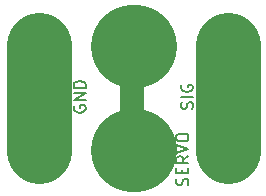
<source format=gto>
%TF.GenerationSoftware,KiCad,Pcbnew,4.0.5-e0-6337~49~ubuntu16.04.1*%
%TF.CreationDate,2017-01-20T19:49:59-08:00*%
%TF.ProjectId,2x3-Servo-Header,3278332D536572766F2D486561646572,1.0*%
%TF.FileFunction,Legend,Top*%
%FSLAX46Y46*%
G04 Gerber Fmt 4.6, Leading zero omitted, Abs format (unit mm)*
G04 Created by KiCad (PCBNEW 4.0.5-e0-6337~49~ubuntu16.04.1) date Fri Jan 20 19:49:59 2017*
%MOMM*%
%LPD*%
G01*
G04 APERTURE LIST*
%ADD10C,0.350000*%
%ADD11C,2.000000*%
%ADD12C,5.500000*%
%ADD13C,7.000000*%
%ADD14C,0.150000*%
G04 APERTURE END LIST*
D10*
D11*
X138117640Y-101793040D02*
X138117640Y-93793040D01*
D12*
X130217640Y-102293040D02*
X130217640Y-93293040D01*
X146217640Y-102293040D02*
X146217640Y-93293040D01*
D13*
X138117640Y-102193040D02*
X138317640Y-102193040D01*
X138117640Y-93393040D02*
X138317640Y-93393040D01*
D14*
X142822402Y-105183516D02*
X142870021Y-105040659D01*
X142870021Y-104802563D01*
X142822402Y-104707325D01*
X142774783Y-104659706D01*
X142679545Y-104612087D01*
X142584307Y-104612087D01*
X142489069Y-104659706D01*
X142441450Y-104707325D01*
X142393830Y-104802563D01*
X142346211Y-104993040D01*
X142298592Y-105088278D01*
X142250973Y-105135897D01*
X142155735Y-105183516D01*
X142060497Y-105183516D01*
X141965259Y-105135897D01*
X141917640Y-105088278D01*
X141870021Y-104993040D01*
X141870021Y-104754944D01*
X141917640Y-104612087D01*
X142346211Y-104183516D02*
X142346211Y-103850182D01*
X142870021Y-103707325D02*
X142870021Y-104183516D01*
X141870021Y-104183516D01*
X141870021Y-103707325D01*
X142870021Y-102707325D02*
X142393830Y-103040659D01*
X142870021Y-103278754D02*
X141870021Y-103278754D01*
X141870021Y-102897801D01*
X141917640Y-102802563D01*
X141965259Y-102754944D01*
X142060497Y-102707325D01*
X142203354Y-102707325D01*
X142298592Y-102754944D01*
X142346211Y-102802563D01*
X142393830Y-102897801D01*
X142393830Y-103278754D01*
X141870021Y-102421611D02*
X142870021Y-102088278D01*
X141870021Y-101754944D01*
X141870021Y-101231135D02*
X141870021Y-101040658D01*
X141917640Y-100945420D01*
X142012878Y-100850182D01*
X142203354Y-100802563D01*
X142536688Y-100802563D01*
X142727164Y-100850182D01*
X142822402Y-100945420D01*
X142870021Y-101040658D01*
X142870021Y-101231135D01*
X142822402Y-101326373D01*
X142727164Y-101421611D01*
X142536688Y-101469230D01*
X142203354Y-101469230D01*
X142012878Y-101421611D01*
X141917640Y-101326373D01*
X141870021Y-101231135D01*
X137770021Y-96026373D02*
X138770021Y-95693040D01*
X137770021Y-95359706D01*
X138674783Y-94454944D02*
X138722402Y-94502563D01*
X138770021Y-94645420D01*
X138770021Y-94740658D01*
X138722402Y-94883516D01*
X138627164Y-94978754D01*
X138531926Y-95026373D01*
X138341450Y-95073992D01*
X138198592Y-95073992D01*
X138008116Y-95026373D01*
X137912878Y-94978754D01*
X137817640Y-94883516D01*
X137770021Y-94740658D01*
X137770021Y-94645420D01*
X137817640Y-94502563D01*
X137865259Y-94454944D01*
X138674783Y-93454944D02*
X138722402Y-93502563D01*
X138770021Y-93645420D01*
X138770021Y-93740658D01*
X138722402Y-93883516D01*
X138627164Y-93978754D01*
X138531926Y-94026373D01*
X138341450Y-94073992D01*
X138198592Y-94073992D01*
X138008116Y-94026373D01*
X137912878Y-93978754D01*
X137817640Y-93883516D01*
X137770021Y-93740658D01*
X137770021Y-93645420D01*
X137817640Y-93502563D01*
X137865259Y-93454944D01*
X133217640Y-98454944D02*
X133170021Y-98550182D01*
X133170021Y-98693039D01*
X133217640Y-98835897D01*
X133312878Y-98931135D01*
X133408116Y-98978754D01*
X133598592Y-99026373D01*
X133741450Y-99026373D01*
X133931926Y-98978754D01*
X134027164Y-98931135D01*
X134122402Y-98835897D01*
X134170021Y-98693039D01*
X134170021Y-98597801D01*
X134122402Y-98454944D01*
X134074783Y-98407325D01*
X133741450Y-98407325D01*
X133741450Y-98597801D01*
X134170021Y-97978754D02*
X133170021Y-97978754D01*
X134170021Y-97407325D01*
X133170021Y-97407325D01*
X134170021Y-96931135D02*
X133170021Y-96931135D01*
X133170021Y-96693040D01*
X133217640Y-96550182D01*
X133312878Y-96454944D01*
X133408116Y-96407325D01*
X133598592Y-96359706D01*
X133741450Y-96359706D01*
X133931926Y-96407325D01*
X134027164Y-96454944D01*
X134122402Y-96550182D01*
X134170021Y-96693040D01*
X134170021Y-96931135D01*
X143222402Y-98716849D02*
X143270021Y-98573992D01*
X143270021Y-98335896D01*
X143222402Y-98240658D01*
X143174783Y-98193039D01*
X143079545Y-98145420D01*
X142984307Y-98145420D01*
X142889069Y-98193039D01*
X142841450Y-98240658D01*
X142793830Y-98335896D01*
X142746211Y-98526373D01*
X142698592Y-98621611D01*
X142650973Y-98669230D01*
X142555735Y-98716849D01*
X142460497Y-98716849D01*
X142365259Y-98669230D01*
X142317640Y-98621611D01*
X142270021Y-98526373D01*
X142270021Y-98288277D01*
X142317640Y-98145420D01*
X143270021Y-97716849D02*
X142270021Y-97716849D01*
X142317640Y-96716849D02*
X142270021Y-96812087D01*
X142270021Y-96954944D01*
X142317640Y-97097802D01*
X142412878Y-97193040D01*
X142508116Y-97240659D01*
X142698592Y-97288278D01*
X142841450Y-97288278D01*
X143031926Y-97240659D01*
X143127164Y-97193040D01*
X143222402Y-97097802D01*
X143270021Y-96954944D01*
X143270021Y-96859706D01*
X143222402Y-96716849D01*
X143174783Y-96669230D01*
X142841450Y-96669230D01*
X142841450Y-96859706D01*
M02*

</source>
